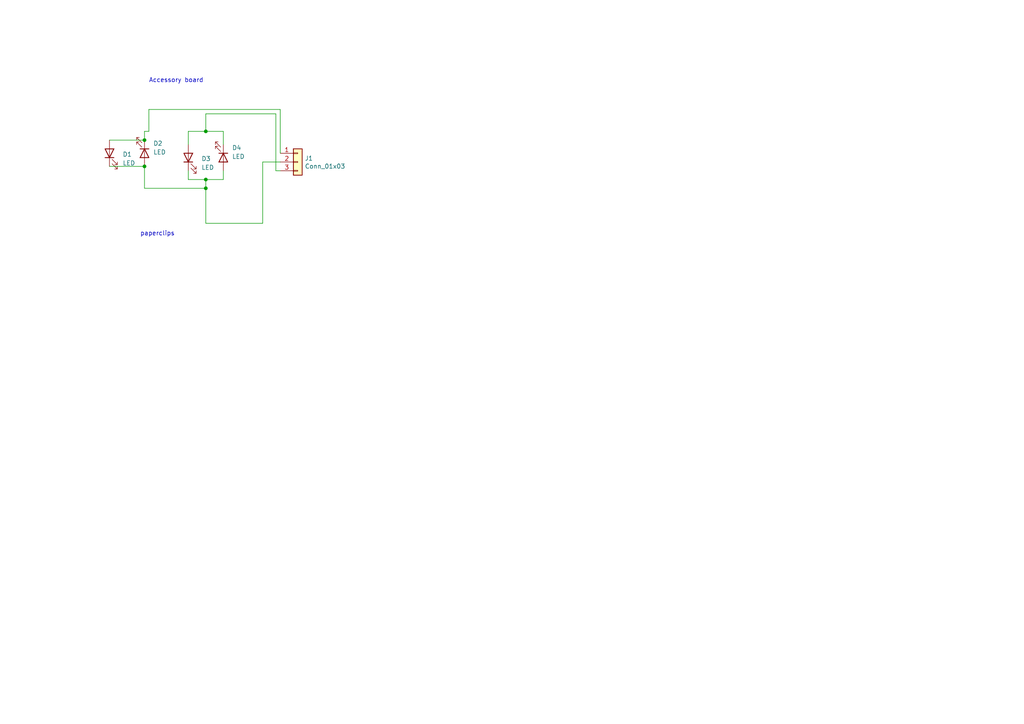
<source format=kicad_sch>
(kicad_sch (version 20211123) (generator eeschema)
  (paper "A4")
  (lib_symbols
    (symbol "Connector_Generic:Conn_01x03" (pin_names (offset 1.016) hide)
      (property "Reference" "J" (at 0 5.08 0))
      (property "Value" "Conn_01x03" (at 0 -5.08 0))
      (symbol "Conn_01x03_1_1"
        (rectangle (start -1.27 -2.413) (end 0 -2.667) (stroke (width 0.1524)))
        (rectangle (start -1.27 0.127) (end 0 -0.127) (stroke (width 0.1524)))
        (rectangle (start -1.27 2.667) (end 0 2.413) (stroke (width 0.1524)))
        (rectangle (start -1.27 3.81) (end 1.27 -3.81) (stroke (width 0.254)) (fill (type background)))
        (pin passive line (at -5.08 2.54 0) (length 3.81) (name "Pin_1") (number "1"))
        (pin passive line (at -5.08 0 0) (length 3.81) (name "Pin_2") (number "2"))
        (pin passive line (at -5.08 -2.54 0) (length 3.81) (name "Pin_3") (number "3"))
      )
    )
    (symbol "Device:LED" (pin_numbers hide) (pin_names (offset 1.016) hide)
      (property "Reference" "D" (at 0 2.54 0))
      (property "Value" "LED" (at 0 -2.54 0))
      (symbol "LED_0_1"
        (polyline (pts (xy -1.27 -1.27) (xy -1.27 1.27)) (stroke (width 0.254)))
        (polyline (pts (xy -1.27 0) (xy 1.27 0)))
        (polyline (pts (xy 1.27 -1.27) (xy 1.27 1.27) (xy -1.27 0) (xy 1.27 -1.27)) (stroke (width 0.254)))
        (polyline (pts (xy -3.048 -0.762) (xy -4.572 -2.286) (xy -3.81 -2.286) (xy -4.572 -2.286) (xy -4.572 -1.524)))
        (polyline (pts (xy -1.778 -0.762) (xy -3.302 -2.286) (xy -2.54 -2.286) (xy -3.302 -2.286) (xy -3.302 -1.524)))
      )
      (symbol "LED_1_1"
        (pin passive line (at -3.81 0 0) (length 2.54) (name "K") (number "1"))
        (pin passive line (at 3.81 0 180) (length 2.54) (name "A") (number "2"))
      )
    )
  )
  (junction (at 59.69 54.61))
  (junction (at 41.91 40.64))
  (junction (at 59.69 52.07))
  (junction (at 41.91 48.26))
  (junction (at 59.69 38.1))
  (wire (pts (xy 59.69 33.02) (xy 80.01 33.02)))
  (wire (pts (xy 41.91 48.26) (xy 41.91 54.61)))
  (wire (pts (xy 76.2 46.99) (xy 81.28 46.99)))
  (wire (pts (xy 59.69 64.77) (xy 76.2 64.77)))
  (wire (pts (xy 81.28 44.45) (xy 81.28 31.75)))
  (wire (pts (xy 80.01 33.02) (xy 80.01 49.53)))
  (wire (pts (xy 81.28 31.75) (xy 43.18 31.75)))
  (wire (pts (xy 59.69 33.02) (xy 59.69 38.1)))
  (wire (pts (xy 43.18 38.1) (xy 41.91 38.1)))
  (wire (pts (xy 54.61 49.53) (xy 54.61 52.07)))
  (wire (pts (xy 80.01 49.53) (xy 81.28 49.53)))
  (wire (pts (xy 31.75 40.64) (xy 41.91 40.64)))
  (wire (pts (xy 59.69 38.1) (xy 54.61 38.1)))
  (wire (pts (xy 64.77 38.1) (xy 64.77 41.91)))
  (wire (pts (xy 76.2 64.77) (xy 76.2 46.99)))
  (wire (pts (xy 54.61 52.07) (xy 59.69 52.07)))
  (wire (pts (xy 41.91 38.1) (xy 41.91 40.64)))
  (wire (pts (xy 59.69 54.61) (xy 59.69 64.77)))
  (wire (pts (xy 43.18 31.75) (xy 43.18 38.1)))
  (wire (pts (xy 54.61 38.1) (xy 54.61 41.91)))
  (wire (pts (xy 41.91 54.61) (xy 59.69 54.61)))
  (wire (pts (xy 31.75 48.26) (xy 41.91 48.26)))
  (wire (pts (xy 59.69 52.07) (xy 59.69 54.61)))
  (wire (pts (xy 64.77 49.53) (xy 64.77 52.07)))
  (wire (pts (xy 59.69 38.1) (xy 64.77 38.1)))
  (wire (pts (xy 59.69 52.07) (xy 64.77 52.07)))
  (text "paperclips\n" (at 40.64 68.58 0) (effects (font (size 1.27 1.27)) (justify left bottom)))
  (text "Accessory board" (at 43.18 24.13 0) (effects (font (size 1.27 1.27)) (justify left bottom)))
  (symbol (lib_id "Device:LED") (at 64.77 45.72 270) (unit 1)
    (property "Reference" "D4" (at 67.31 42.8624 90) (effects (justify left)))
    (property "Value" "LED" (at 67.31 45.4024 90) (effects (justify left)))
    (property "Footprint" "Custom4:Custom_LessSilkscreenLED_1206_3216Metric_Pad1.42x1.75mm_HandSolder" (effects hide))
  )
  (symbol (lib_id "Connector_Generic:Conn_01x03") (at 86.36 46.99 0) (unit 1)
    (property "Reference" "J1" (at 88.392 45.9232 0) (effects (justify left)))
    (property "Value" "Conn_01x03" (at 88.392 48.2346 0) (effects (justify left)))
    (property "Footprint" "Connector_PinHeader_2.54mm:PinHeader_1x03_P2.54mm_Horizontal" (effects hide))
  )
  (symbol (lib_id "Device:LED") (at 54.61 45.72 90) (unit 1)
    (property "Reference" "D3" (at 58.42 46.0374 90) (effects (justify right)))
    (property "Value" "LED" (at 58.42 48.5774 90) (effects (justify right)))
    (property "Footprint" "Custom4:Custom_LessSilkscreenLED_1206_3216Metric_Pad1.42x1.75mm_HandSolder" (effects hide))
  )
  (symbol (lib_id "Device:LED") (at 31.75 44.45 90) (unit 1)
    (property "Reference" "D1" (at 35.56 44.7674 90) (effects (justify right)))
    (property "Value" "LED" (at 35.56 47.3074 90) (effects (justify right)))
    (property "Footprint" "Custom4:Custom_LessSilkscreenLED_1206_3216Metric_Pad1.42x1.75mm_HandSolder" (effects hide))
  )
  (symbol (lib_id "Device:LED") (at 41.91 44.45 270) (unit 1)
    (property "Reference" "D2" (at 44.45 41.5924 90) (effects (justify left)))
    (property "Value" "LED" (at 44.45 44.1324 90) (effects (justify left)))
    (property "Footprint" "Custom4:Custom_LessSilkscreenLED_1206_3216Metric_Pad1.42x1.75mm_HandSolder" (effects hide))
  )
)
</source>
